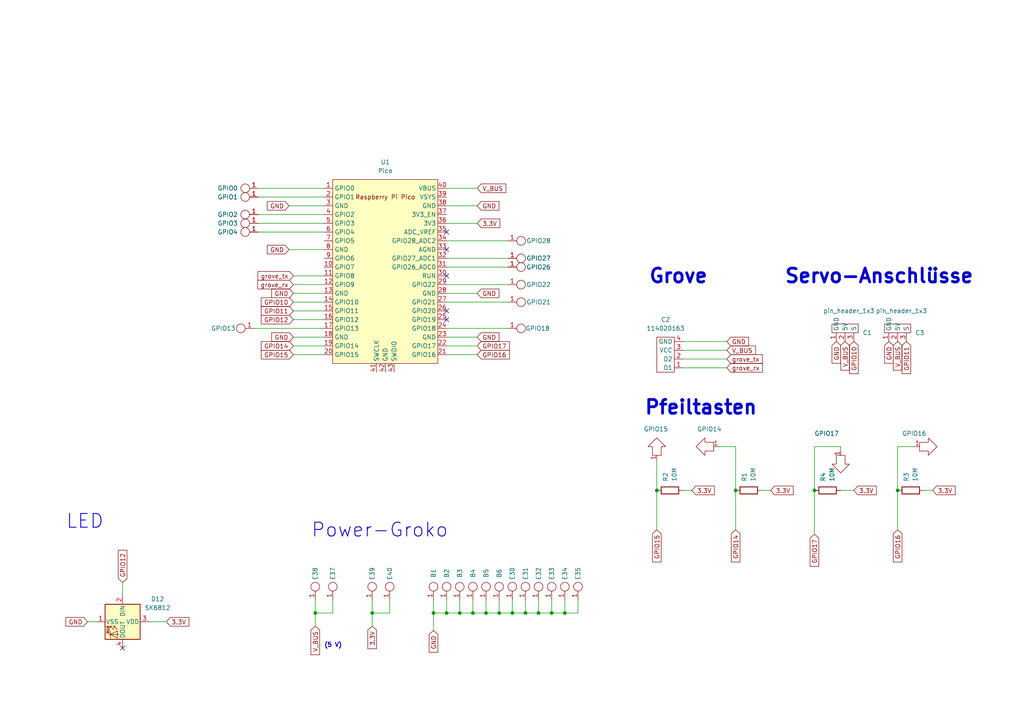
<source format=kicad_sch>
(kicad_sch (version 20211123) (generator eeschema)
  (paper "A4")
  (lib_symbols
    (symbol "Device:R" (pin_numbers hide) (pin_names (offset 0))
      (property "Reference" "R" (at 2.032 0 90))
      (property "Value" "R" (at 0 0 90))
      (symbol "R_0_1"
        (rectangle (start -1.016 -2.54) (end 1.016 2.54) (stroke (width 0.254)))
      )
      (symbol "R_1_1"
        (pin passive line (at 0 3.81 270) (length 1.27) (name "~") (number "1"))
        (pin passive line (at 0 -3.81 90) (length 1.27) (name "~") (number "2"))
      )
    )
    (symbol "LED:SK6812" (pin_names (offset 0.254))
      (property "Reference" "D" (at 5.08 5.715 0))
      (property "Value" "SK6812" (at 1.27 -5.715 0))
      (symbol "SK6812_0_0"
        (text "RGB" (at 2.286 -4.191 0) (effects (font (size 0.762 0.762))))
      )
      (symbol "SK6812_0_1"
        (polyline (pts (xy 1.27 -3.556) (xy 1.778 -3.556)))
        (polyline (pts (xy 1.27 -2.54) (xy 1.778 -2.54)))
        (polyline (pts (xy 4.699 -3.556) (xy 2.667 -3.556)))
        (polyline (pts (xy 2.286 -2.54) (xy 1.27 -3.556) (xy 1.27 -3.048)))
        (polyline (pts (xy 2.286 -1.524) (xy 1.27 -2.54) (xy 1.27 -2.032)))
        (polyline (pts (xy 3.683 -1.016) (xy 3.683 -3.556) (xy 3.683 -4.064)))
        (polyline (pts (xy 4.699 -1.524) (xy 2.667 -1.524) (xy 3.683 -3.556) (xy 4.699 -1.524)))
        (rectangle (start 5.08 5.08) (end -5.08 -5.08) (stroke (width 0.254)) (fill (type background)))
      )
      (symbol "SK6812_1_1"
        (pin power_in line (at 0 -7.62 90) (length 2.54) (name "VSS") (number "1"))
        (pin input line (at -7.62 0 0) (length 2.54) (name "DIN") (number "2"))
        (pin power_in line (at 0 7.62 270) (length 2.54) (name "VDD") (number "3"))
        (pin output line (at 7.62 0 180) (length 2.54) (name "DOUT") (number "4"))
      )
    )
    (symbol "arrow_3" (in_bom no)
      (property "Reference" "A" (at -3.81 0 0))
      (symbol "arrow_3_0_1"
        (polyline (pts (xy -2.54 0) (xy 0 -2.54) (xy 0 -1.27) (xy 2.54 -1.27) (xy 2.54 1.27) (xy 0 1.27) (xy 0 2.54) (xy -2.54 0)))
      )
      (symbol "arrow_3_1_1"
        (pin bidirectional line (at 3.81 0 180) (length 1.27) (name "1") (number "1"))
      )
    )
    (symbol "kidslab:114020163"
      (property "Reference" "C" (at 0 0 0))
      (property "Value" "114020163" (at 0 6.35 0))
      (symbol "114020163_0_1"
        (rectangle (start -5.08 5.08) (end 5.08 0))
      )
      (symbol "114020163_1_1"
        (pin input line (at -3.81 -2.54 90) (length 2.54) (name "D1") (number "1"))
        (pin input line (at -1.27 -2.54 90) (length 2.54) (name "D2") (number "2"))
        (pin input line (at 1.27 -2.54 90) (length 2.54) (name "VCC") (number "3"))
        (pin input line (at 3.81 -2.54 90) (length 2.54) (name "GND") (number "4"))
      )
    )
    (symbol "kidslab:arrow" (in_bom no)
      (property "Reference" "A" (at -3.81 0 0))
      (symbol "arrow_0_1"
        (polyline (pts (xy -2.54 0) (xy 0 -2.54) (xy 0 -1.27) (xy 2.54 -1.27) (xy 2.54 1.27) (xy 0 1.27) (xy 0 2.54) (xy -2.54 0)))
      )
      (symbol "arrow_1_1"
        (pin bidirectional line (at 3.81 0 180) (length 1.27) (name "1") (number "1"))
      )
    )
    (symbol "kidslab:kroko_board" (in_bom no)
      (property "Reference" "B" (at 3.81 0 0))
      (symbol "kroko_board_0_1"
        (circle (center 1.27 0) (radius 1.27))
      )
      (symbol "kroko_board_1_1"
        (pin bidirectional line (at -2.54 0 0) (length 2.54) (name "1") (number "1"))
      )
    )
    (symbol "kidslab:kroko_edge" (in_bom no)
      (property "Reference" "GPIO" (at 5.08 0 0))
      (symbol "kroko_edge_0_1"
        (rectangle (start -3.81 0) (end -3.81 0))
        (circle (center 1.27 0) (radius 1.27))
      )
      (symbol "kroko_edge_1_1"
        (pin bidirectional line (at -2.54 0 0) (length 2.54) (name "1") (number "1"))
      )
    )
    (symbol "kidslab:pin_header_1x3"
      (property "Reference" "C" (at 5.08 0 0))
      (property "Value" "pin_header_1x3" (at 0 -5.08 0))
      (symbol "pin_header_1x3_0_1"
        (rectangle (start -3.81 1.27) (end 3.81 -1.27))
      )
      (symbol "pin_header_1x3_1_1"
        (pin input line (at -2.54 3.81 270) (length 2.54) (name "GND") (number "1"))
        (pin input line (at 0 3.81 270) (length 2.54) (name "5V") (number "2"))
        (pin input line (at 2.54 3.81 270) (length 2.54) (name "S") (number "3"))
      )
    )
    (symbol "kroko_board_1" (in_bom no)
      (property "Reference" "B" (at 3.81 0 0))
      (symbol "kroko_board_1_0_1"
        (circle (center 1.27 0) (radius 1.27))
      )
      (symbol "kroko_board_1_1_1"
        (pin bidirectional line (at -2.54 0 0) (length 2.54) (name "1") (number "1"))
      )
    )
    (symbol "kroko_board_2" (in_bom no)
      (property "Reference" "B" (at 3.81 0 0))
      (symbol "kroko_board_2_0_1"
        (circle (center 1.27 0) (radius 1.27))
      )
      (symbol "kroko_board_2_1_1"
        (pin bidirectional line (at -2.54 0 0) (length 2.54) (name "1") (number "1"))
      )
    )
    (symbol "kroko_board_3" (in_bom no)
      (property "Reference" "B" (at 3.81 0 0))
      (symbol "kroko_board_3_0_1"
        (circle (center 1.27 0) (radius 1.27))
      )
      (symbol "kroko_board_3_1_1"
        (pin bidirectional line (at -2.54 0 0) (length 2.54) (name "1") (number "1"))
      )
    )
    (symbol "kroko_edge_10" (in_bom no)
      (property "Reference" "GPIO" (at 5.08 0 0))
      (symbol "kroko_edge_10_0_1"
        (rectangle (start -3.81 0) (end -3.81 0))
        (circle (center 1.27 0) (radius 1.27))
      )
      (symbol "kroko_edge_10_1_1"
        (pin bidirectional line (at -2.54 0 0) (length 2.54) (name "1") (number "1"))
      )
    )
    (symbol "kroko_edge_11" (in_bom no)
      (property "Reference" "GPIO" (at 5.08 0 0))
      (symbol "kroko_edge_11_0_1"
        (rectangle (start -3.81 0) (end -3.81 0))
        (circle (center 1.27 0) (radius 1.27))
      )
      (symbol "kroko_edge_11_1_1"
        (pin bidirectional line (at -2.54 0 0) (length 2.54) (name "1") (number "1"))
      )
    )
    (symbol "kroko_edge_12" (in_bom no)
      (property "Reference" "GPIO" (at 5.08 0 0))
      (symbol "kroko_edge_12_0_1"
        (rectangle (start -3.81 0) (end -3.81 0))
        (circle (center 1.27 0) (radius 1.27))
      )
      (symbol "kroko_edge_12_1_1"
        (pin bidirectional line (at -2.54 0 0) (length 2.54) (name "1") (number "1"))
      )
    )
    (symbol "kroko_edge_2" (in_bom no)
      (property "Reference" "GPIO" (at 5.08 0 0))
      (symbol "kroko_edge_2_0_1"
        (rectangle (start -3.81 0) (end -3.81 0))
        (circle (center 1.27 0) (radius 1.27))
      )
      (symbol "kroko_edge_2_1_1"
        (pin bidirectional line (at -2.54 0 0) (length 2.54) (name "1") (number "1"))
      )
    )
    (symbol "kroko_edge_3" (in_bom no)
      (property "Reference" "GPIO" (at 5.08 0 0))
      (symbol "kroko_edge_3_0_1"
        (rectangle (start -3.81 0) (end -3.81 0))
        (circle (center 1.27 0) (radius 1.27))
      )
      (symbol "kroko_edge_3_1_1"
        (pin bidirectional line (at -2.54 0 0) (length 2.54) (name "1") (number "1"))
      )
    )
    (symbol "kroko_edge_4" (in_bom no)
      (property "Reference" "GPIO" (at 5.08 0 0))
      (symbol "kroko_edge_4_0_1"
        (rectangle (start -3.81 0) (end -3.81 0))
        (circle (center 1.27 0) (radius 1.27))
      )
      (symbol "kroko_edge_4_1_1"
        (pin bidirectional line (at -2.54 0 0) (length 2.54) (name "1") (number "1"))
      )
    )
    (symbol "kroko_edge_5" (in_bom no)
      (property "Reference" "GPIO" (at 5.08 0 0))
      (symbol "kroko_edge_5_0_1"
        (rectangle (start -3.81 0) (end -3.81 0))
        (circle (center 1.27 0) (radius 1.27))
      )
      (symbol "kroko_edge_5_1_1"
        (pin bidirectional line (at -2.54 0 0) (length 2.54) (name "1") (number "1"))
      )
    )
    (symbol "kroko_edge_7" (in_bom no)
      (property "Reference" "GPIO" (at 5.08 0 0))
      (symbol "kroko_edge_7_0_1"
        (rectangle (start -3.81 0) (end -3.81 0))
        (circle (center 1.27 0) (radius 1.27))
      )
      (symbol "kroko_edge_7_1_1"
        (pin bidirectional line (at -2.54 0 0) (length 2.54) (name "1") (number "1"))
      )
    )
    (symbol "kroko_edge_8" (in_bom no)
      (property "Reference" "GPIO" (at 5.08 0 0))
      (symbol "kroko_edge_8_0_1"
        (rectangle (start -3.81 0) (end -3.81 0))
        (circle (center 1.27 0) (radius 1.27))
      )
      (symbol "kroko_edge_8_1_1"
        (pin bidirectional line (at -2.54 0 0) (length 2.54) (name "1") (number "1"))
      )
    )
    (symbol "pi-pico:Pico"
      (property "Reference" "U" (at -13.97 27.94 0))
      (property "Value" "Pico" (at 0 19.05 0))
      (symbol "Pico_0_0"
        (text "Raspberry Pi Pico" (at 0 21.59 0) (effects (font (size 1.27 1.27))))
      )
      (symbol "Pico_0_1"
        (rectangle (start -15.24 26.67) (end 15.24 -26.67) (fill (type background)))
      )
      (symbol "Pico_1_1"
        (pin bidirectional line (at -17.78 24.13 0) (length 2.54) (name "GPIO0") (number "1"))
        (pin bidirectional line (at -17.78 1.27 0) (length 2.54) (name "GPIO7") (number "10"))
        (pin bidirectional line (at -17.78 -1.27 0) (length 2.54) (name "GPIO8") (number "11"))
        (pin bidirectional line (at -17.78 -3.81 0) (length 2.54) (name "GPIO9") (number "12"))
        (pin power_in line (at -17.78 -6.35 0) (length 2.54) (name "GND") (number "13"))
        (pin bidirectional line (at -17.78 -8.89 0) (length 2.54) (name "GPIO10") (number "14"))
        (pin bidirectional line (at -17.78 -11.43 0) (length 2.54) (name "GPIO11") (number "15"))
        (pin bidirectional line (at -17.78 -13.97 0) (length 2.54) (name "GPIO12") (number "16"))
        (pin bidirectional line (at -17.78 -16.51 0) (length 2.54) (name "GPIO13") (number "17"))
        (pin power_in line (at -17.78 -19.05 0) (length 2.54) (name "GND") (number "18"))
        (pin bidirectional line (at -17.78 -21.59 0) (length 2.54) (name "GPIO14") (number "19"))
        (pin bidirectional line (at -17.78 21.59 0) (length 2.54) (name "GPIO1") (number "2"))
        (pin bidirectional line (at -17.78 -24.13 0) (length 2.54) (name "GPIO15") (number "20"))
        (pin bidirectional line (at 17.78 -24.13 180) (length 2.54) (name "GPIO16") (number "21"))
        (pin bidirectional line (at 17.78 -21.59 180) (length 2.54) (name "GPIO17") (number "22"))
        (pin power_in line (at 17.78 -19.05 180) (length 2.54) (name "GND") (number "23"))
        (pin bidirectional line (at 17.78 -16.51 180) (length 2.54) (name "GPIO18") (number "24"))
        (pin bidirectional line (at 17.78 -13.97 180) (length 2.54) (name "GPIO19") (number "25"))
        (pin bidirectional line (at 17.78 -11.43 180) (length 2.54) (name "GPIO20") (number "26"))
        (pin bidirectional line (at 17.78 -8.89 180) (length 2.54) (name "GPIO21") (number "27"))
        (pin power_in line (at 17.78 -6.35 180) (length 2.54) (name "GND") (number "28"))
        (pin bidirectional line (at 17.78 -3.81 180) (length 2.54) (name "GPIO22") (number "29"))
        (pin power_in line (at -17.78 19.05 0) (length 2.54) (name "GND") (number "3"))
        (pin input line (at 17.78 -1.27 180) (length 2.54) (name "RUN") (number "30"))
        (pin bidirectional line (at 17.78 1.27 180) (length 2.54) (name "GPIO26_ADC0") (number "31"))
        (pin bidirectional line (at 17.78 3.81 180) (length 2.54) (name "GPIO27_ADC1") (number "32"))
        (pin power_in line (at 17.78 6.35 180) (length 2.54) (name "AGND") (number "33"))
        (pin bidirectional line (at 17.78 8.89 180) (length 2.54) (name "GPIO28_ADC2") (number "34"))
        (pin power_in line (at 17.78 11.43 180) (length 2.54) (name "ADC_VREF") (number "35"))
        (pin power_in line (at 17.78 13.97 180) (length 2.54) (name "3V3") (number "36"))
        (pin input line (at 17.78 16.51 180) (length 2.54) (name "3V3_EN") (number "37"))
        (pin bidirectional line (at 17.78 19.05 180) (length 2.54) (name "GND") (number "38"))
        (pin power_in line (at 17.78 21.59 180) (length 2.54) (name "VSYS") (number "39"))
        (pin bidirectional line (at -17.78 16.51 0) (length 2.54) (name "GPIO2") (number "4"))
        (pin power_in line (at 17.78 24.13 180) (length 2.54) (name "VBUS") (number "40"))
        (pin input line (at -2.54 -29.21 90) (length 2.54) (name "SWCLK") (number "41"))
        (pin power_in line (at 0 -29.21 90) (length 2.54) (name "GND") (number "42"))
        (pin bidirectional line (at 2.54 -29.21 90) (length 2.54) (name "SWDIO") (number "43"))
        (pin bidirectional line (at -17.78 13.97 0) (length 2.54) (name "GPIO3") (number "5"))
        (pin bidirectional line (at -17.78 11.43 0) (length 2.54) (name "GPIO4") (number "6"))
        (pin bidirectional line (at -17.78 8.89 0) (length 2.54) (name "GPIO5") (number "7"))
        (pin power_in line (at -17.78 6.35 0) (length 2.54) (name "GND") (number "8"))
        (pin bidirectional line (at -17.78 3.81 0) (length 2.54) (name "GPIO6") (number "9"))
      )
    )
  )
  (junction (at 152.4 177.8))
  (junction (at 160.02 177.8))
  (junction (at 144.78 177.8))
  (junction (at 125.73 177.8))
  (junction (at 140.97 177.8))
  (junction (at 148.59 177.8))
  (junction (at 133.35 177.8))
  (junction (at 260.35 142.24))
  (junction (at 213.36 142.24))
  (junction (at 129.54 177.8))
  (junction (at 236.22 142.24))
  (junction (at 163.83 177.8))
  (junction (at 91.44 177.8))
  (junction (at 107.95 177.8))
  (junction (at 137.16 177.8))
  (junction (at 156.21 177.8))
  (junction (at 190.5 142.24))
  (no_connect (at 35.56 187.96))
  (no_connect (at 129.54 92.71))
  (no_connect (at 129.54 90.17))
  (no_connect (at 129.54 80.01))
  (no_connect (at 129.54 72.39))
  (no_connect (at 129.54 67.31))
  (wire (pts (xy 129.54 177.8) (xy 133.35 177.8)))
  (wire (pts (xy 156.21 173.99) (xy 156.21 177.8)))
  (wire (pts (xy 129.54 77.47) (xy 147.32 77.47)))
  (wire (pts (xy 74.93 62.23) (xy 93.98 62.23)))
  (wire (pts (xy 243.84 129.54) (xy 236.22 129.54)))
  (wire (pts (xy 83.82 59.69) (xy 93.98 59.69)))
  (wire (pts (xy 74.93 54.61) (xy 93.98 54.61)))
  (wire (pts (xy 137.16 173.99) (xy 137.16 177.8)))
  (wire (pts (xy 210.82 104.14) (xy 198.12 104.14)))
  (wire (pts (xy 210.82 106.68) (xy 198.12 106.68)))
  (wire (pts (xy 85.09 100.33) (xy 93.98 100.33)))
  (wire (pts (xy 144.78 177.8) (xy 148.59 177.8)))
  (wire (pts (xy 223.52 142.24) (xy 220.98 142.24)))
  (wire (pts (xy 167.64 177.8) (xy 167.64 173.99)))
  (wire (pts (xy 129.54 173.99) (xy 129.54 177.8)))
  (wire (pts (xy 74.93 64.77) (xy 93.98 64.77)))
  (wire (pts (xy 236.22 129.54) (xy 236.22 142.24)))
  (wire (pts (xy 137.16 177.8) (xy 140.97 177.8)))
  (wire (pts (xy 85.09 82.55) (xy 93.98 82.55)))
  (wire (pts (xy 144.78 173.99) (xy 144.78 177.8)))
  (wire (pts (xy 129.54 74.93) (xy 147.32 74.93)))
  (wire (pts (xy 138.43 64.77) (xy 129.54 64.77)))
  (wire (pts (xy 152.4 177.8) (xy 156.21 177.8)))
  (wire (pts (xy 74.93 67.31) (xy 93.98 67.31)))
  (wire (pts (xy 125.73 177.8) (xy 129.54 177.8)))
  (wire (pts (xy 140.97 177.8) (xy 144.78 177.8)))
  (wire (pts (xy 208.28 129.54) (xy 213.36 129.54)))
  (wire (pts (xy 236.22 142.24) (xy 236.22 154.94)))
  (wire (pts (xy 85.09 102.87) (xy 93.98 102.87)))
  (wire (pts (xy 91.44 177.8) (xy 96.52 177.8)))
  (wire (pts (xy 85.09 97.79) (xy 93.98 97.79)))
  (wire (pts (xy 148.59 177.8) (xy 152.4 177.8)))
  (wire (pts (xy 129.54 87.63) (xy 147.32 87.63)))
  (wire (pts (xy 48.26 180.34) (xy 43.18 180.34)))
  (wire (pts (xy 85.09 80.01) (xy 93.98 80.01)))
  (wire (pts (xy 265.43 129.54) (xy 260.35 129.54)))
  (wire (pts (xy 107.95 177.8) (xy 113.03 177.8)))
  (wire (pts (xy 260.35 142.24) (xy 260.35 153.67)))
  (wire (pts (xy 25.4 180.34) (xy 27.94 180.34)))
  (wire (pts (xy 35.56 168.91) (xy 35.56 172.72)))
  (wire (pts (xy 200.66 142.24) (xy 198.12 142.24)))
  (wire (pts (xy 138.43 85.09) (xy 129.54 85.09)))
  (wire (pts (xy 133.35 177.8) (xy 137.16 177.8)))
  (wire (pts (xy 107.95 177.8) (xy 107.95 173.99)))
  (wire (pts (xy 129.54 82.55) (xy 147.32 82.55)))
  (wire (pts (xy 138.43 97.79) (xy 129.54 97.79)))
  (wire (pts (xy 85.09 85.09) (xy 93.98 85.09)))
  (wire (pts (xy 73.66 95.25) (xy 93.98 95.25)))
  (wire (pts (xy 260.35 129.54) (xy 260.35 142.24)))
  (wire (pts (xy 107.95 181.61) (xy 107.95 177.8)))
  (wire (pts (xy 190.5 142.24) (xy 190.5 153.67)))
  (wire (pts (xy 129.54 54.61) (xy 138.43 54.61)))
  (wire (pts (xy 140.97 177.8) (xy 140.97 173.99)))
  (wire (pts (xy 85.09 92.71) (xy 93.98 92.71)))
  (wire (pts (xy 210.82 101.6) (xy 198.12 101.6)))
  (wire (pts (xy 190.5 133.35) (xy 190.5 142.24)))
  (wire (pts (xy 85.09 90.17) (xy 93.98 90.17)))
  (wire (pts (xy 270.51 142.24) (xy 267.97 142.24)))
  (wire (pts (xy 125.73 182.88) (xy 125.73 177.8)))
  (wire (pts (xy 163.83 173.99) (xy 163.83 177.8)))
  (wire (pts (xy 91.44 177.8) (xy 91.44 173.99)))
  (wire (pts (xy 152.4 173.99) (xy 152.4 177.8)))
  (wire (pts (xy 125.73 177.8) (xy 125.73 173.99)))
  (wire (pts (xy 91.44 181.61) (xy 91.44 177.8)))
  (wire (pts (xy 160.02 177.8) (xy 163.83 177.8)))
  (wire (pts (xy 156.21 177.8) (xy 160.02 177.8)))
  (wire (pts (xy 243.84 129.54) (xy 243.84 130.81)))
  (wire (pts (xy 129.54 95.25) (xy 147.32 95.25)))
  (wire (pts (xy 210.82 99.06) (xy 198.12 99.06)))
  (wire (pts (xy 160.02 173.99) (xy 160.02 177.8)))
  (wire (pts (xy 133.35 173.99) (xy 133.35 177.8)))
  (wire (pts (xy 247.65 142.24) (xy 243.84 142.24)))
  (wire (pts (xy 96.52 177.8) (xy 96.52 173.99)))
  (wire (pts (xy 213.36 129.54) (xy 213.36 142.24)))
  (wire (pts (xy 213.36 142.24) (xy 213.36 153.67)))
  (wire (pts (xy 138.43 59.69) (xy 129.54 59.69)))
  (wire (pts (xy 74.93 57.15) (xy 93.98 57.15)))
  (wire (pts (xy 85.09 87.63) (xy 93.98 87.63)))
  (wire (pts (xy 129.54 102.87) (xy 138.43 102.87)))
  (wire (pts (xy 129.54 69.85) (xy 147.32 69.85)))
  (wire (pts (xy 83.82 72.39) (xy 93.98 72.39)))
  (wire (pts (xy 148.59 173.99) (xy 148.59 177.8)))
  (wire (pts (xy 113.03 173.99) (xy 113.03 177.8)))
  (wire (pts (xy 129.54 100.33) (xy 138.43 100.33)))
  (wire (pts (xy 163.83 177.8) (xy 167.64 177.8)))
  (text "LED" (at 19.05 153.67 0) (effects (font (size 4 4) (thickness 0.254) bold) (justify left bottom)))
  (text "Pfeiltasten" (at 186.69 120.65 0) (effects (font (size 4 4) bold) (justify left bottom)))
  (text "Servo-Anschlüsse" (at 227.33 82.55 0) (effects (font (size 4 4) bold) (justify left bottom)))
  (text "(5 V)" (at 93.98 187.96 0) (effects (font (size 1.27 1.27) bold) (justify left bottom)))
  (text "Grove" (at 187.96 82.55 0) (effects (font (size 4 4) bold) (justify left bottom)))
  (text "Power-Groko" (at 90.17 156.21 0) (effects (font (size 4 4) (thickness 0.254) bold) (justify left bottom)))
  (global_label "GPIO14" (shape input) (at 213.36 153.67 270) (property "Intersheet References" "${INTERSHEET_REFS}" (effects hide)))
  (global_label "grove_rx" (shape input) (at 85.09 82.55 180) (property "Intersheet References" "${INTERSHEET_REFS}" (effects hide)))
  (global_label "GPIO16" (shape input) (at 138.43 102.87 0) (property "Intersheet References" "${INTERSHEET_REFS}" (effects hide)))
  (global_label "GND" (shape input) (at 138.43 59.69 0) (property "Intersheet References" "${INTERSHEET_REFS}" (effects hide)))
  (global_label "GPIO15" (shape input) (at 190.5 153.67 270) (property "Intersheet References" "${INTERSHEET_REFS}" (effects hide)))
  (global_label "GPIO12" (shape input) (at 85.09 92.71 180) (property "Intersheet References" "${INTERSHEET_REFS}" (effects hide)))
  (global_label "GPIO11" (shape input) (at 85.09 90.17 180) (property "Intersheet References" "${INTERSHEET_REFS}" (effects hide)))
  (global_label "GPIO10" (shape input) (at 247.65 99.06 270) (property "Intersheet References" "${INTERSHEET_REFS}" (effects hide)))
  (global_label "3.3V" (shape input) (at 247.65 142.24 0) (property "Intersheet References" "${INTERSHEET_REFS}" (effects hide)))
  (global_label "GPIO15" (shape input) (at 85.09 102.87 180) (property "Intersheet References" "${INTERSHEET_REFS}" (effects hide)))
  (global_label "grove_tx" (shape input) (at 210.82 104.14 0) (property "Intersheet References" "${INTERSHEET_REFS}" (effects hide)))
  (global_label "3.3V" (shape input) (at 107.95 181.61 270) (property "Intersheet References" "${INTERSHEET_REFS}" (effects hide)))
  (global_label "GND" (shape input) (at 138.43 97.79 0) (property "Intersheet References" "${INTERSHEET_REFS}" (effects hide)))
  (global_label "GND" (shape input) (at 85.09 85.09 180) (property "Intersheet References" "${INTERSHEET_REFS}" (effects hide)))
  (global_label "GPIO14" (shape input) (at 85.09 100.33 180) (property "Intersheet References" "${INTERSHEET_REFS}" (effects hide)))
  (global_label "GPIO17" (shape input) (at 236.22 154.94 270) (property "Intersheet References" "${INTERSHEET_REFS}" (effects hide)))
  (global_label "3.3V" (shape input) (at 138.43 64.77 0) (property "Intersheet References" "${INTERSHEET_REFS}" (effects hide)))
  (global_label "GND" (shape input) (at 83.82 59.69 180) (property "Intersheet References" "${INTERSHEET_REFS}" (effects hide)))
  (global_label "GND" (shape input) (at 138.43 85.09 0) (property "Intersheet References" "${INTERSHEET_REFS}" (effects hide)))
  (global_label "3.3V" (shape input) (at 270.51 142.24 0) (property "Intersheet References" "${INTERSHEET_REFS}" (effects hide)))
  (global_label "GND" (shape input) (at 83.82 72.39 180) (property "Intersheet References" "${INTERSHEET_REFS}" (effects hide)))
  (global_label "GPIO16" (shape input) (at 260.35 153.67 270) (property "Intersheet References" "${INTERSHEET_REFS}" (effects hide)))
  (global_label "V_BUS" (shape input) (at 91.44 181.61 270) (property "Intersheet References" "${INTERSHEET_REFS}" (effects hide)))
  (global_label "3.3V" (shape input) (at 48.26 180.34 0) (property "Intersheet References" "${INTERSHEET_REFS}" (effects hide)))
  (global_label "GPIO12" (shape input) (at 35.56 168.91 90) (property "Intersheet References" "${INTERSHEET_REFS}" (effects hide)))
  (global_label "V_BUS" (shape input) (at 245.11 99.06 270) (property "Intersheet References" "${INTERSHEET_REFS}" (effects hide)))
  (global_label "3.3V" (shape input) (at 223.52 142.24 0) (property "Intersheet References" "${INTERSHEET_REFS}" (effects hide)))
  (global_label "GND" (shape input) (at 85.09 97.79 180) (property "Intersheet References" "${INTERSHEET_REFS}" (effects hide)))
  (global_label "V_BUS" (shape input) (at 210.82 101.6 0) (property "Intersheet References" "${INTERSHEET_REFS}" (effects hide)))
  (global_label "GPIO11" (shape input) (at 262.89 99.06 270) (property "Intersheet References" "${INTERSHEET_REFS}" (effects hide)))
  (global_label "3.3V" (shape input) (at 200.66 142.24 0) (property "Intersheet References" "${INTERSHEET_REFS}" (effects hide)))
  (global_label "GND" (shape input) (at 125.73 182.88 270) (property "Intersheet References" "${INTERSHEET_REFS}" (effects hide)))
  (global_label "GND" (shape input) (at 210.82 99.06 0) (property "Intersheet References" "${INTERSHEET_REFS}" (effects hide)))
  (global_label "grove_tx" (shape input) (at 85.09 80.01 180) (property "Intersheet References" "${INTERSHEET_REFS}" (effects hide)))
  (global_label "V_BUS" (shape input) (at 260.35 99.06 270) (property "Intersheet References" "${INTERSHEET_REFS}" (effects hide)))
  (global_label "GPIO17" (shape input) (at 138.43 100.33 0) (property "Intersheet References" "${INTERSHEET_REFS}" (effects hide)))
  (global_label "GND" (shape input) (at 257.81 99.06 270) (property "Intersheet References" "${INTERSHEET_REFS}" (effects hide)))
  (global_label "grove_rx" (shape input) (at 210.82 106.68 0) (property "Intersheet References" "${INTERSHEET_REFS}" (effects hide)))
  (global_label "GPIO10" (shape input) (at 85.09 87.63 180) (property "Intersheet References" "${INTERSHEET_REFS}" (effects hide)))
  (global_label "V_BUS" (shape input) (at 138.43 54.61 0) (property "Intersheet References" "${INTERSHEET_REFS}" (effects hide)))
  (global_label "GND" (shape input) (at 25.4 180.34 180) (property "Intersheet References" "${INTERSHEET_REFS}" (effects hide)))
  (global_label "GND" (shape input) (at 242.57 99.06 270) (property "Intersheet References" "${INTERSHEET_REFS}" (effects hide)))
  (symbol (lib_id "kidslab:kroko_edge") (at 91.44 171.45 90) (unit 1) (in_bom no)
    (property "Reference" "E38" (at 91.44 166.37 0))
    (property "Value" "kroko_edge" (effects hide))
    (property "Footprint" "kidslab:Edgeconnector" (effects hide))
  )
  (symbol (lib_name "kroko_board_3") (lib_id "kidslab:kroko_board") (at 144.78 171.45 90) (unit 1) (in_bom no)
    (property "Reference" "B6" (at 144.7799 167.64 0) (effects (justify left)))
    (property "Value" "kroko_board" (effects hide))
    (property "Footprint" "kidslab:KrokoConnector" (effects hide))
  )
  (symbol (lib_id "kidslab:kroko_edge") (at 160.02 171.45 90) (unit 1) (in_bom no)
    (property "Reference" "E33" (at 160.02 166.37 0))
    (property "Value" "kroko_edge" (effects hide))
    (property "Footprint" "kidslab:Edgeconnector" (effects hide))
  )
  (symbol (lib_id "kidslab:kroko_edge") (at 152.4 171.45 90) (unit 1) (in_bom no)
    (property "Reference" "E31" (at 152.4 166.37 0))
    (property "Value" "kroko_edge" (effects hide))
    (property "Footprint" "kidslab:Edgeconnector" (effects hide))
  )
  (symbol (lib_id "kidslab:kroko_edge") (at 163.83 171.45 270) (mirror x) (unit 1) (in_bom no)
    (property "Reference" "E34" (at 163.83 166.37 0))
    (property "Value" "kroko_edge" (effects hide))
    (property "Footprint" "kidslab:Edgeconnector" (effects hide))
  )
  (symbol (lib_id "kidslab:pin_header_1x3") (at 260.35 95.25 0) (mirror x) (unit 1)
    (property "Reference" "C3" (at 265.43 96.5201 0) (effects (justify left)))
    (property "Value" "pin_header_1x3" (at 254 90.17 0) (effects (justify left)))
    (property "Footprint" "Connector_PinHeader_2.54mm:PinHeader_1x03_P2.54mm_Vertical" (effects hide))
  )
  (symbol (lib_name "kroko_board_1") (lib_id "kidslab:kroko_board") (at 149.86 95.25 0) (unit 1) (in_bom no)
    (property "Reference" "GPIO18" (at 152.4 95.25 0) (effects (justify left)))
    (property "Value" "kroko_board" (effects hide))
    (property "Footprint" "kidslab:KrokoConnector" (effects hide))
  )
  (symbol (lib_name "kroko_edge_7") (lib_id "kidslab:kroko_edge") (at 149.86 82.55 0) (unit 1) (in_bom no)
    (property "Reference" "GPIO22" (at 156.21 82.55 0))
    (property "Value" "kroko_edge" (effects hide))
    (property "Footprint" "kidslab:Edgeconnector" (effects hide))
  )
  (symbol (lib_id "Device:R") (at 264.16 142.24 90) (unit 1)
    (property "Reference" "R3" (at 262.8899 139.7 0) (effects (justify left)))
    (property "Value" "10M" (at 265.4299 139.7 0) (effects (justify left)))
    (property "Footprint" "Resistor_THT:R_Axial_DIN0204_L3.6mm_D1.6mm_P5.08mm_Horizontal" (effects hide))
  )
  (symbol (lib_id "pi-pico:Pico") (at 111.76 78.74 0) (unit 1)
    (property "Reference" "U1" (at 111.76 46.99 0))
    (property "Value" "Pico" (at 111.76 49.53 0))
    (property "Footprint" "pi-pico:RPi_Pico_SMD_TH" (effects hide))
  )
  (symbol (lib_id "Device:R") (at 217.17 142.24 90) (unit 1)
    (property "Reference" "R1" (at 215.8999 139.7 0) (effects (justify left)))
    (property "Value" "10M" (at 218.4399 139.7 0) (effects (justify left)))
    (property "Footprint" "Resistor_THT:R_Axial_DIN0204_L3.6mm_D1.6mm_P5.08mm_Horizontal" (effects hide))
  )
  (symbol (lib_name "kroko_edge_10") (lib_id "kidslab:kroko_edge") (at 72.39 62.23 180) (unit 1) (in_bom no)
    (property "Reference" "GPIO2" (at 66.04 62.23 0))
    (property "Value" "kroko_edge" (effects hide))
    (property "Footprint" "kidslab:Edgeconnector" (effects hide))
  )
  (symbol (lib_name "kroko_board_1") (lib_id "kidslab:kroko_board") (at 71.12 95.25 180) (unit 1) (in_bom no)
    (property "Reference" "GPIO13" (at 64.77 95.25 0))
    (property "Value" "kroko_board" (effects hide))
    (property "Footprint" "kidslab:KrokoConnector" (effects hide))
  )
  (symbol (lib_name "kroko_edge_5") (lib_id "kidslab:kroko_edge") (at 149.86 87.63 0) (unit 1) (in_bom no)
    (property "Reference" "GPIO21" (at 156.21 87.63 0))
    (property "Value" "kroko_edge" (effects hide))
    (property "Footprint" "kidslab:Edgeconnector" (effects hide))
  )
  (symbol (lib_name "kroko_edge_11") (lib_id "kidslab:kroko_edge") (at 72.39 67.31 180) (unit 1) (in_bom no)
    (property "Reference" "GPIO4" (at 66.04 67.31 0))
    (property "Value" "kroko_edge" (effects hide))
    (property "Footprint" "kidslab:Edgeconnector" (effects hide))
  )
  (symbol (lib_id "Device:R") (at 194.31 142.24 90) (unit 1)
    (property "Reference" "R2" (at 193.0399 139.7 0) (effects (justify left)))
    (property "Value" "10M" (at 195.5799 139.7 0) (effects (justify left)))
    (property "Footprint" "Resistor_THT:R_Axial_DIN0204_L3.6mm_D1.6mm_P5.08mm_Horizontal" (effects hide))
  )
  (symbol (lib_id "kidslab:kroko_edge") (at 96.52 171.45 90) (unit 1) (in_bom no)
    (property "Reference" "E37" (at 96.52 166.37 0))
    (property "Value" "kroko_edge" (effects hide))
    (property "Footprint" "kidslab:Edgeconnector" (effects hide))
  )
  (symbol (lib_id "Device:R") (at 240.03 142.24 90) (unit 1)
    (property "Reference" "R4" (at 238.7599 139.7 0) (effects (justify left)))
    (property "Value" "10M" (at 241.2999 139.7 0) (effects (justify left)))
    (property "Footprint" "Resistor_THT:R_Axial_DIN0204_L3.6mm_D1.6mm_P5.08mm_Horizontal" (effects hide))
  )
  (symbol (lib_id "kidslab:kroko_edge") (at 107.95 171.45 90) (unit 1) (in_bom no)
    (property "Reference" "E39" (at 107.95 166.37 0))
    (property "Value" "kroko_edge" (effects hide))
    (property "Footprint" "kidslab:Edgeconnector" (effects hide))
  )
  (symbol (lib_name "kroko_edge_4") (lib_id "kidslab:kroko_edge") (at 72.39 54.61 180) (unit 1) (in_bom no)
    (property "Reference" "GPIO0" (at 66.04 54.61 0))
    (property "Value" "kroko_edge" (effects hide))
    (property "Footprint" "kidslab:Edgeconnector" (effects hide))
  )
  (symbol (lib_name "kroko_board_3") (lib_id "kidslab:kroko_board") (at 133.35 171.45 90) (unit 1) (in_bom no)
    (property "Reference" "B3" (at 133.3499 167.64 0) (effects (justify left)))
    (property "Value" "kroko_board" (effects hide))
    (property "Footprint" "kidslab:KrokoConnector" (effects hide))
  )
  (symbol (lib_name "kroko_edge_3") (lib_id "kidslab:kroko_edge") (at 72.39 57.15 180) (unit 1) (in_bom no)
    (property "Reference" "GPIO1" (at 66.04 57.15 0))
    (property "Value" "kroko_edge" (effects hide))
    (property "Footprint" "kidslab:Edgeconnector" (effects hide))
  )
  (symbol (lib_id "kidslab:arrow") (at 269.24 129.54 180) (unit 1) (in_bom no)
    (property "Reference" "GPIO16" (at 261.62 125.73 0) (effects (justify right)))
    (property "Value" "arrow" (effects hide))
    (property "Footprint" "kidslab:Kroko_Arrow" (effects hide))
  )
  (symbol (lib_id "kidslab:kroko_edge") (at 148.59 171.45 90) (unit 1) (in_bom no)
    (property "Reference" "E30" (at 148.59 166.37 0))
    (property "Value" "kroko_edge" (effects hide))
    (property "Footprint" "kidslab:Edgeconnector" (effects hide))
  )
  (symbol (lib_id "kidslab:114020163") (at 195.58 102.87 90) (unit 1)
    (property "Reference" "C2" (at 193.04 92.71 90))
    (property "Value" "114020163" (at 193.04 95.25 90))
    (property "Footprint" "kidslab:114020163" (effects hide))
    (property "Datasheet" "https://www.mouser.de/datasheet/2/744/Grove_Female_Header_-_SMD-4P-2.0mm_Datasheet-1853538.pdf" (effects hide))
  )
  (symbol (lib_id "LED:SK6812") (at 35.56 180.34 270) (unit 1)
    (property "Reference" "D12" (at 45.72 173.7612 90))
    (property "Value" "SK6812" (at 45.72 176.3012 90))
    (property "Footprint" "LED_SMD:LED_SK6812_PLCC4_5.0x5.0mm_P3.2mm" (effects hide))
    (property "Datasheet" "https://cdn-shop.adafruit.com/product-files/1138/SK6812+LED+datasheet+.pdf" (effects hide))
  )
  (symbol (lib_id "kidslab:kroko_edge") (at 156.21 171.45 90) (unit 1) (in_bom no)
    (property "Reference" "E32" (at 156.21 166.37 0))
    (property "Value" "kroko_edge" (effects hide))
    (property "Footprint" "kidslab:Edgeconnector" (effects hide))
  )
  (symbol (lib_name "arrow_3") (lib_id "kidslab:arrow") (at 243.84 134.62 90) (unit 1) (in_bom no)
    (property "Reference" "GPIO17" (at 236.22 125.73 90) (effects (justify right)))
    (property "Value" "arrow" (effects hide))
    (property "Footprint" "kidslab:Kroko_Arrow" (effects hide))
  )
  (symbol (lib_id "kidslab:kroko_edge") (at 72.39 64.77 180) (unit 1) (in_bom no)
    (property "Reference" "GPIO3" (at 66.04 64.77 0))
    (property "Value" "kroko_edge" (effects hide))
    (property "Footprint" "kidslab:Edgeconnector" (effects hide))
  )
  (symbol (lib_name "kroko_edge_12") (lib_id "kidslab:kroko_edge") (at 149.86 69.85 0) (unit 1) (in_bom no)
    (property "Reference" "GPIO28" (at 156.21 69.85 0))
    (property "Value" "kroko_edge" (effects hide))
    (property "Footprint" "kidslab:Edgeconnector" (effects hide))
  )
  (symbol (lib_name "kroko_edge_8") (lib_id "kidslab:kroko_edge") (at 149.86 77.47 0) (unit 1) (in_bom no)
    (property "Reference" "GPIO26" (at 156.21 77.47 0))
    (property "Value" "kroko_edge" (effects hide))
    (property "Footprint" "kidslab:Edgeconnector" (effects hide))
  )
  (symbol (lib_id "kidslab:pin_header_1x3") (at 245.11 95.25 0) (mirror x) (unit 1)
    (property "Reference" "C1" (at 250.19 96.5201 0) (effects (justify left)))
    (property "Value" "pin_header_1x3" (at 238.76 90.17 0) (effects (justify left)))
    (property "Footprint" "Connector_PinHeader_2.54mm:PinHeader_1x03_P2.54mm_Vertical" (effects hide))
  )
  (symbol (lib_id "kidslab:arrow") (at 204.47 129.54 0) (unit 1) (in_bom no)
    (property "Reference" "GPIO14" (at 205.74 124.46 0))
    (property "Value" "arrow" (effects hide))
    (property "Footprint" "kidslab:Kroko_Arrow" (effects hide))
  )
  (symbol (lib_id "kidslab:kroko_edge") (at 167.64 171.45 90) (unit 1) (in_bom no)
    (property "Reference" "E35" (at 167.64 166.37 0))
    (property "Value" "kroko_edge" (effects hide))
    (property "Footprint" "kidslab:Edgeconnector" (effects hide))
  )
  (symbol (lib_name "kroko_board_3") (lib_id "kidslab:kroko_board") (at 140.97 171.45 90) (unit 1) (in_bom no)
    (property "Reference" "B5" (at 140.9699 167.64 0) (effects (justify left)))
    (property "Value" "kroko_board" (effects hide))
    (property "Footprint" "kidslab:KrokoConnector" (effects hide))
  )
  (symbol (lib_name "kroko_board_2") (lib_id "kidslab:kroko_board") (at 129.54 171.45 90) (unit 1) (in_bom no)
    (property "Reference" "B2" (at 129.5399 167.64 0) (effects (justify left)))
    (property "Value" "kroko_board" (effects hide))
    (property "Footprint" "kidslab:KrokoConnector" (effects hide))
  )
  (symbol (lib_name "kroko_edge_2") (lib_id "kidslab:kroko_edge") (at 149.86 74.93 0) (unit 1) (in_bom no)
    (property "Reference" "GPIO27" (at 156.21 74.93 0))
    (property "Value" "kroko_edge" (effects hide))
    (property "Footprint" "kidslab:Edgeconnector" (effects hide))
  )
  (symbol (lib_name "kroko_board_1") (lib_id "kidslab:kroko_board") (at 125.73 171.45 90) (unit 1) (in_bom no)
    (property "Reference" "B1" (at 125.7299 167.64 0) (effects (justify left)))
    (property "Value" "kroko_board" (effects hide))
    (property "Footprint" "kidslab:KrokoConnector" (effects hide))
  )
  (symbol (lib_id "kidslab:arrow") (at 190.5 129.54 270) (unit 1) (in_bom no)
    (property "Reference" "GPIO15" (at 186.69 124.46 90) (effects (justify left)))
    (property "Value" "arrow" (effects hide))
    (property "Footprint" "kidslab:Kroko_Arrow" (effects hide))
  )
  (symbol (lib_id "kidslab:kroko_edge") (at 113.03 171.45 90) (unit 1) (in_bom no)
    (property "Reference" "E40" (at 113.03 166.37 0))
    (property "Value" "kroko_edge" (effects hide))
    (property "Footprint" "kidslab:Edgeconnector" (effects hide))
  )
  (symbol (lib_id "kidslab:kroko_board") (at 137.16 171.45 90) (unit 1) (in_bom no)
    (property "Reference" "B4" (at 137.1599 167.64 0) (effects (justify left)))
    (property "Value" "kroko_board" (effects hide))
    (property "Footprint" "kidslab:KrokoConnector" (effects hide))
  )
)
</source>
